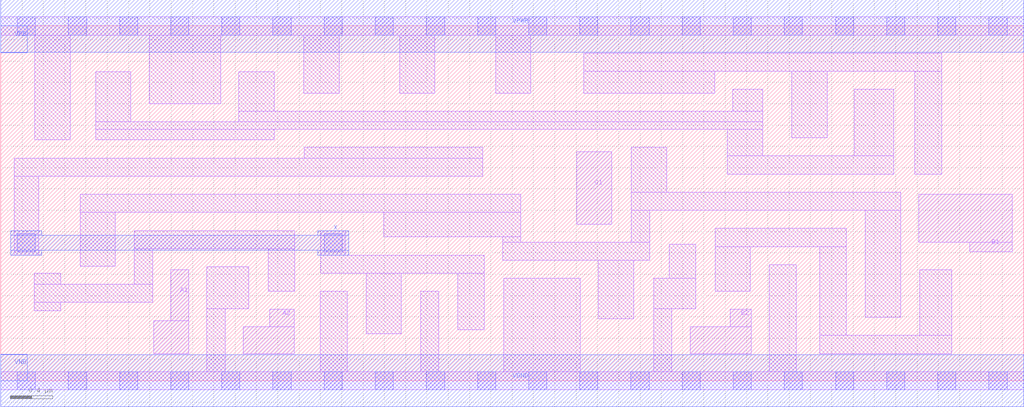
<source format=lef>
# Copyright 2020 The SkyWater PDK Authors
#
# Licensed under the Apache License, Version 2.0 (the "License");
# you may not use this file except in compliance with the License.
# You may obtain a copy of the License at
#
#     https://www.apache.org/licenses/LICENSE-2.0
#
# Unless required by applicable law or agreed to in writing, software
# distributed under the License is distributed on an "AS IS" BASIS,
# WITHOUT WARRANTIES OR CONDITIONS OF ANY KIND, either express or implied.
# See the License for the specific language governing permissions and
# limitations under the License.
#
# SPDX-License-Identifier: Apache-2.0

VERSION 5.5 ;
NAMESCASESENSITIVE ON ;
BUSBITCHARS "[]" ;
DIVIDERCHAR "/" ;
MACRO sky130_fd_sc_hs__a221o_4
  CLASS CORE ;
  SOURCE USER ;
  ORIGIN  0.000000  0.000000 ;
  SIZE  9.600000 BY  3.330000 ;
  SYMMETRY X Y ;
  SITE unit ;
  PIN A1
    ANTENNAGATEAREA  0.492000 ;
    DIRECTION INPUT ;
    USE SIGNAL ;
    PORT
      LAYER li1 ;
        RECT 1.435000 0.255000 1.765000 0.565000 ;
        RECT 1.595000 0.565000 1.765000 1.040000 ;
    END
  END A1
  PIN A2
    ANTENNAGATEAREA  0.492000 ;
    DIRECTION INPUT ;
    USE SIGNAL ;
    PORT
      LAYER li1 ;
        RECT 2.275000 0.255000 2.755000 0.505000 ;
        RECT 2.525000 0.505000 2.755000 0.670000 ;
    END
  END A2
  PIN B1
    ANTENNAGATEAREA  0.492000 ;
    DIRECTION INPUT ;
    USE SIGNAL ;
    PORT
      LAYER li1 ;
        RECT 8.615000 1.300000 9.495000 1.750000 ;
        RECT 9.095000 1.210000 9.495000 1.300000 ;
    END
  END B1
  PIN B2
    ANTENNAGATEAREA  0.492000 ;
    DIRECTION INPUT ;
    USE SIGNAL ;
    PORT
      LAYER li1 ;
        RECT 6.470000 0.255000 7.045000 0.505000 ;
        RECT 6.845000 0.505000 7.045000 0.670000 ;
    END
  END B2
  PIN C1
    ANTENNAGATEAREA  0.492000 ;
    DIRECTION INPUT ;
    USE SIGNAL ;
    PORT
      LAYER li1 ;
        RECT 5.405000 1.470000 5.735000 2.150000 ;
    END
  END C1
  PIN X
    ANTENNADIFFAREA  1.086400 ;
    ANTENNAPARTIALMETALSIDEAREA  2.205000 ;
    DIRECTION OUTPUT ;
    USE SIGNAL ;
    PORT
      LAYER met1 ;
        RECT 0.095000 1.180000 0.385000 1.225000 ;
        RECT 0.095000 1.225000 3.265000 1.365000 ;
        RECT 0.095000 1.365000 0.385000 1.410000 ;
        RECT 2.975000 1.180000 3.265000 1.225000 ;
        RECT 2.975000 1.365000 3.265000 1.410000 ;
    END
  END X
  PIN VGND
    DIRECTION INOUT ;
    USE GROUND ;
    PORT
      LAYER met1 ;
        RECT 0.000000 -0.245000 9.600000 0.245000 ;
    END
  END VGND
  PIN VNB
    DIRECTION INOUT ;
    USE GROUND ;
    PORT
      LAYER met1 ;
        RECT 0.000000 0.000000 0.250000 0.250000 ;
    END
  END VNB
  PIN VPB
    DIRECTION INOUT ;
    USE POWER ;
    PORT
      LAYER met1 ;
        RECT 0.000000 3.080000 0.250000 3.330000 ;
    END
  END VPB
  PIN VPWR
    DIRECTION INOUT ;
    USE POWER ;
    PORT
      LAYER met1 ;
        RECT 0.000000 3.085000 9.600000 3.575000 ;
    END
  END VPWR
  OBS
    LAYER li1 ;
      RECT 0.000000 -0.085000 9.600000 0.085000 ;
      RECT 0.000000  3.245000 9.600000 3.415000 ;
      RECT 0.125000  1.180000 0.355000 1.920000 ;
      RECT 0.125000  1.920000 4.525000 2.090000 ;
      RECT 0.315000  0.655000 0.565000 0.735000 ;
      RECT 0.315000  0.735000 1.425000 0.905000 ;
      RECT 0.315000  0.905000 0.565000 1.010000 ;
      RECT 0.320000  2.260000 0.650000 3.245000 ;
      RECT 0.745000  1.075000 1.075000 1.580000 ;
      RECT 0.745000  1.580000 4.880000 1.750000 ;
      RECT 0.890000  2.260000 2.565000 2.360000 ;
      RECT 0.890000  2.360000 7.150000 2.430000 ;
      RECT 0.890000  2.430000 1.220000 2.900000 ;
      RECT 1.255000  0.905000 1.425000 1.240000 ;
      RECT 1.255000  1.240000 2.760000 1.410000 ;
      RECT 1.395000  2.600000 2.065000 3.245000 ;
      RECT 1.935000  0.085000 2.105000 0.675000 ;
      RECT 1.935000  0.675000 2.330000 1.070000 ;
      RECT 2.235000  2.430000 7.150000 2.530000 ;
      RECT 2.235000  2.530000 2.565000 2.900000 ;
      RECT 2.510000  0.840000 2.760000 1.240000 ;
      RECT 2.845000  2.700000 3.175000 3.245000 ;
      RECT 2.850000  2.090000 4.525000 2.190000 ;
      RECT 3.000000  0.085000 3.250000 0.840000 ;
      RECT 3.005000  1.010000 4.540000 1.180000 ;
      RECT 3.005000  1.180000 3.235000 1.410000 ;
      RECT 3.430000  0.440000 3.760000 1.010000 ;
      RECT 3.595000  1.350000 4.880000 1.580000 ;
      RECT 3.745000  2.700000 4.075000 3.245000 ;
      RECT 3.940000  0.085000 4.110000 0.840000 ;
      RECT 4.290000  0.480000 4.540000 1.010000 ;
      RECT 4.645000  2.700000 4.975000 3.245000 ;
      RECT 4.710000  1.130000 6.090000 1.300000 ;
      RECT 4.710000  1.300000 4.880000 1.350000 ;
      RECT 4.720000  0.085000 5.440000 0.960000 ;
      RECT 5.470000  2.700000 6.700000 2.905000 ;
      RECT 5.470000  2.905000 8.830000 3.075000 ;
      RECT 5.610000  0.580000 5.940000 1.130000 ;
      RECT 5.920000  1.300000 6.090000 1.600000 ;
      RECT 5.920000  1.600000 8.445000 1.770000 ;
      RECT 5.920000  1.770000 6.250000 2.190000 ;
      RECT 6.130000  0.085000 6.300000 0.675000 ;
      RECT 6.130000  0.675000 6.525000 0.960000 ;
      RECT 6.275000  0.960000 6.525000 1.280000 ;
      RECT 6.705000  0.840000 7.035000 1.260000 ;
      RECT 6.705000  1.260000 7.935000 1.430000 ;
      RECT 6.820000  1.940000 8.380000 2.110000 ;
      RECT 6.820000  2.110000 7.150000 2.360000 ;
      RECT 6.870000  2.530000 7.150000 2.735000 ;
      RECT 7.215000  0.085000 7.465000 1.090000 ;
      RECT 7.425000  2.280000 7.755000 2.905000 ;
      RECT 7.685000  0.255000 8.925000 0.425000 ;
      RECT 7.685000  0.425000 7.935000 1.260000 ;
      RECT 8.010000  2.110000 8.380000 2.735000 ;
      RECT 8.115000  0.595000 8.445000 1.600000 ;
      RECT 8.580000  1.940000 8.830000 2.905000 ;
      RECT 8.625000  0.425000 8.925000 1.040000 ;
    LAYER mcon ;
      RECT 0.155000 -0.085000 0.325000 0.085000 ;
      RECT 0.155000  1.210000 0.325000 1.380000 ;
      RECT 0.155000  3.245000 0.325000 3.415000 ;
      RECT 0.635000 -0.085000 0.805000 0.085000 ;
      RECT 0.635000  3.245000 0.805000 3.415000 ;
      RECT 1.115000 -0.085000 1.285000 0.085000 ;
      RECT 1.115000  3.245000 1.285000 3.415000 ;
      RECT 1.595000 -0.085000 1.765000 0.085000 ;
      RECT 1.595000  3.245000 1.765000 3.415000 ;
      RECT 2.075000 -0.085000 2.245000 0.085000 ;
      RECT 2.075000  3.245000 2.245000 3.415000 ;
      RECT 2.555000 -0.085000 2.725000 0.085000 ;
      RECT 2.555000  3.245000 2.725000 3.415000 ;
      RECT 3.035000 -0.085000 3.205000 0.085000 ;
      RECT 3.035000  1.210000 3.205000 1.380000 ;
      RECT 3.035000  3.245000 3.205000 3.415000 ;
      RECT 3.515000 -0.085000 3.685000 0.085000 ;
      RECT 3.515000  3.245000 3.685000 3.415000 ;
      RECT 3.995000 -0.085000 4.165000 0.085000 ;
      RECT 3.995000  3.245000 4.165000 3.415000 ;
      RECT 4.475000 -0.085000 4.645000 0.085000 ;
      RECT 4.475000  3.245000 4.645000 3.415000 ;
      RECT 4.955000 -0.085000 5.125000 0.085000 ;
      RECT 4.955000  3.245000 5.125000 3.415000 ;
      RECT 5.435000 -0.085000 5.605000 0.085000 ;
      RECT 5.435000  3.245000 5.605000 3.415000 ;
      RECT 5.915000 -0.085000 6.085000 0.085000 ;
      RECT 5.915000  3.245000 6.085000 3.415000 ;
      RECT 6.395000 -0.085000 6.565000 0.085000 ;
      RECT 6.395000  3.245000 6.565000 3.415000 ;
      RECT 6.875000 -0.085000 7.045000 0.085000 ;
      RECT 6.875000  3.245000 7.045000 3.415000 ;
      RECT 7.355000 -0.085000 7.525000 0.085000 ;
      RECT 7.355000  3.245000 7.525000 3.415000 ;
      RECT 7.835000 -0.085000 8.005000 0.085000 ;
      RECT 7.835000  3.245000 8.005000 3.415000 ;
      RECT 8.315000 -0.085000 8.485000 0.085000 ;
      RECT 8.315000  3.245000 8.485000 3.415000 ;
      RECT 8.795000 -0.085000 8.965000 0.085000 ;
      RECT 8.795000  3.245000 8.965000 3.415000 ;
      RECT 9.275000 -0.085000 9.445000 0.085000 ;
      RECT 9.275000  3.245000 9.445000 3.415000 ;
  END
END sky130_fd_sc_hs__a221o_4
END LIBRARY

</source>
